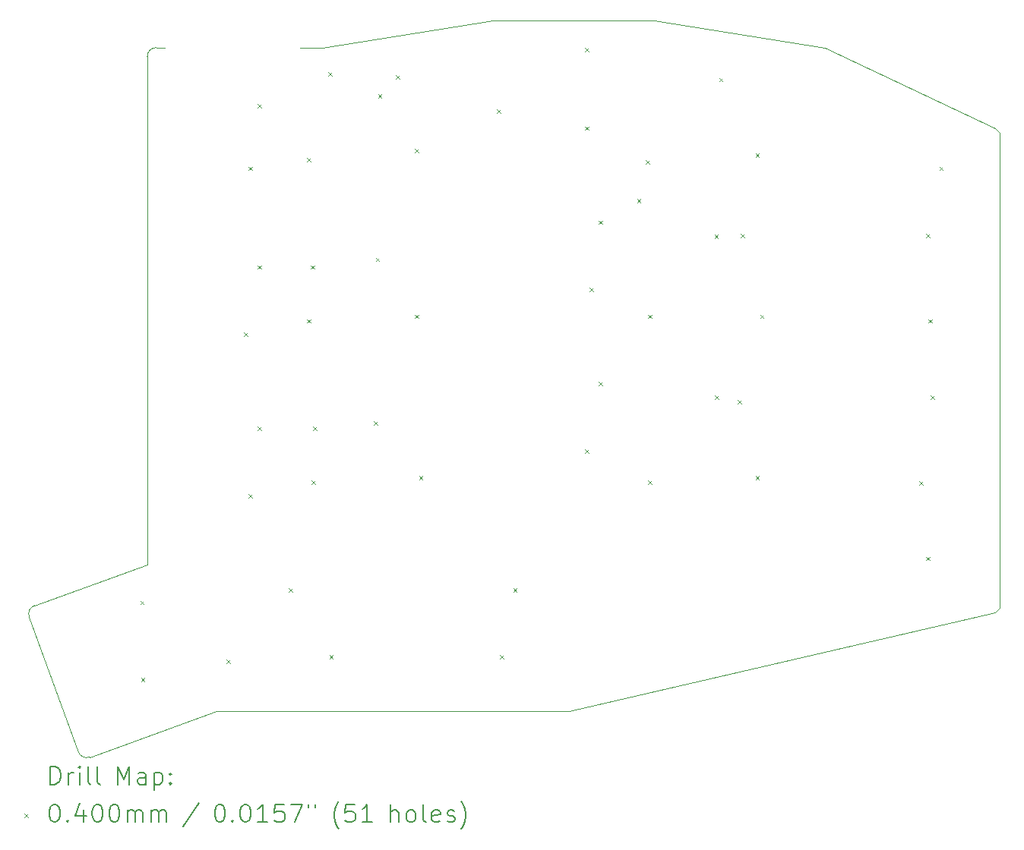
<source format=gbr>
%TF.GenerationSoftware,KiCad,Pcbnew,(7.0.0-0)*%
%TF.CreationDate,2023-03-09T15:58:54+08:00*%
%TF.ProjectId,Input,496e7075-742e-46b6-9963-61645f706362,1*%
%TF.SameCoordinates,PX7bfa480PY6052340*%
%TF.FileFunction,Drillmap*%
%TF.FilePolarity,Positive*%
%FSLAX45Y45*%
G04 Gerber Fmt 4.5, Leading zero omitted, Abs format (unit mm)*
G04 Created by KiCad (PCBNEW (7.0.0-0)) date 2023-03-09 15:58:54*
%MOMM*%
%LPD*%
G01*
G04 APERTURE LIST*
%ADD10C,0.100000*%
%ADD11C,0.200000*%
%ADD12C,0.040000*%
G04 APERTURE END LIST*
D10*
X8500000Y-3400000D02*
X8550000Y-3350000D01*
X3750000Y-4500000D02*
X8500000Y-3400000D01*
X8500000Y2000000D02*
X8550000Y1950000D01*
X6600000Y2900000D02*
X8500000Y2000000D01*
X8550000Y-3350000D02*
X8550000Y1950000D01*
X2900000Y3200000D02*
X1000000Y2900000D01*
X6600000Y2900000D02*
X4700000Y3200000D01*
X-750000Y2900000D02*
X-850000Y2900000D01*
X-950000Y2800000D02*
X-950000Y-2867500D01*
X1000000Y2900000D02*
X750000Y2900000D01*
X-175000Y-4500000D02*
X3750000Y-4500000D01*
X-850000Y2900000D02*
G75*
G03*
X-950000Y2800000I0J-100000D01*
G01*
X-1719107Y-4955972D02*
X-2266339Y-3452464D01*
X-1719110Y-4955973D02*
G75*
G03*
X-1590936Y-5015740I93970J34203D01*
G01*
X-2206573Y-3324290D02*
G75*
G03*
X-2266339Y-3452464I34203J-93970D01*
G01*
X4700000Y3200000D02*
X2900000Y3200000D01*
X-2206572Y-3324293D02*
X-950000Y-2867500D01*
X-175000Y-4500000D02*
X-1590936Y-5015740D01*
D11*
D12*
X-1027327Y-3272673D02*
X-987327Y-3312673D01*
X-987327Y-3272673D02*
X-1027327Y-3312673D01*
X-1020000Y-4130000D02*
X-980000Y-4170000D01*
X-980000Y-4130000D02*
X-1020000Y-4170000D01*
X-70000Y-3930000D02*
X-30000Y-3970000D01*
X-30000Y-3930000D02*
X-70000Y-3970000D01*
X130000Y-280000D02*
X170000Y-320000D01*
X170000Y-280000D02*
X130000Y-320000D01*
X180000Y1570000D02*
X220000Y1530000D01*
X220000Y1570000D02*
X180000Y1530000D01*
X180000Y-2080000D02*
X220000Y-2120000D01*
X220000Y-2080000D02*
X180000Y-2120000D01*
X280000Y470000D02*
X320000Y430000D01*
X320000Y470000D02*
X280000Y430000D01*
X280000Y-1330000D02*
X320000Y-1370000D01*
X320000Y-1330000D02*
X280000Y-1370000D01*
X280000Y2270000D02*
X320000Y2230000D01*
X320000Y2270000D02*
X280000Y2230000D01*
X630000Y-3130000D02*
X670000Y-3170000D01*
X670000Y-3130000D02*
X630000Y-3170000D01*
X830000Y1670000D02*
X870000Y1630000D01*
X870000Y1670000D02*
X830000Y1630000D01*
X830000Y-130000D02*
X870000Y-170000D01*
X870000Y-130000D02*
X830000Y-170000D01*
X870000Y470000D02*
X910000Y430000D01*
X910000Y470000D02*
X870000Y430000D01*
X880000Y-1930000D02*
X920000Y-1970000D01*
X920000Y-1930000D02*
X880000Y-1970000D01*
X900000Y-1330000D02*
X940000Y-1370000D01*
X940000Y-1330000D02*
X900000Y-1370000D01*
X1070000Y2622450D02*
X1110000Y2582450D01*
X1110000Y2622450D02*
X1070000Y2582450D01*
X1080000Y-3880000D02*
X1120000Y-3920000D01*
X1120000Y-3880000D02*
X1080000Y-3920000D01*
X1572500Y-1272500D02*
X1612500Y-1312500D01*
X1612500Y-1272500D02*
X1572500Y-1312500D01*
X1596250Y553750D02*
X1636250Y513750D01*
X1636250Y553750D02*
X1596250Y513750D01*
X1622500Y2377500D02*
X1662500Y2337500D01*
X1662500Y2377500D02*
X1622500Y2337500D01*
X1820000Y2590000D02*
X1860000Y2550000D01*
X1860000Y2590000D02*
X1820000Y2550000D01*
X2030000Y1770000D02*
X2070000Y1730000D01*
X2070000Y1770000D02*
X2030000Y1730000D01*
X2030000Y-80000D02*
X2070000Y-120000D01*
X2070000Y-80000D02*
X2030000Y-120000D01*
X2080000Y-1880000D02*
X2120000Y-1920000D01*
X2120000Y-1880000D02*
X2080000Y-1920000D01*
X2950000Y2210000D02*
X2990000Y2170000D01*
X2990000Y2210000D02*
X2950000Y2170000D01*
X2980000Y-3880000D02*
X3020000Y-3920000D01*
X3020000Y-3880000D02*
X2980000Y-3920000D01*
X3130000Y-3130000D02*
X3170000Y-3170000D01*
X3170000Y-3130000D02*
X3130000Y-3170000D01*
X3930000Y2897550D02*
X3970000Y2857550D01*
X3970000Y2897550D02*
X3930000Y2857550D01*
X3930000Y2020000D02*
X3970000Y1980000D01*
X3970000Y2020000D02*
X3930000Y1980000D01*
X3930000Y-1580000D02*
X3970000Y-1620000D01*
X3970000Y-1580000D02*
X3930000Y-1620000D01*
X3980000Y220000D02*
X4020000Y180000D01*
X4020000Y220000D02*
X3980000Y180000D01*
X4080000Y970000D02*
X4120000Y930000D01*
X4120000Y970000D02*
X4080000Y930000D01*
X4080000Y-830000D02*
X4120000Y-870000D01*
X4120000Y-830000D02*
X4080000Y-870000D01*
X4510000Y1210000D02*
X4550000Y1170000D01*
X4550000Y1210000D02*
X4510000Y1170000D01*
X4605500Y1645500D02*
X4645500Y1605500D01*
X4645500Y1645500D02*
X4605500Y1605500D01*
X4630000Y-80000D02*
X4670000Y-120000D01*
X4670000Y-80000D02*
X4630000Y-120000D01*
X4630000Y-1930000D02*
X4670000Y-1970000D01*
X4670000Y-1930000D02*
X4630000Y-1970000D01*
X5372500Y812500D02*
X5412500Y772500D01*
X5412500Y812500D02*
X5372500Y772500D01*
X5380000Y-980000D02*
X5420000Y-1020000D01*
X5420000Y-980000D02*
X5380000Y-1020000D01*
X5422500Y2562500D02*
X5462500Y2522500D01*
X5462500Y2562500D02*
X5422500Y2522500D01*
X5630000Y-1030000D02*
X5670000Y-1070000D01*
X5670000Y-1030000D02*
X5630000Y-1070000D01*
X5665000Y820000D02*
X5705000Y780000D01*
X5705000Y820000D02*
X5665000Y780000D01*
X5830000Y1720000D02*
X5870000Y1680000D01*
X5870000Y1720000D02*
X5830000Y1680000D01*
X5830000Y-1880000D02*
X5870000Y-1920000D01*
X5870000Y-1880000D02*
X5830000Y-1920000D01*
X5880000Y-80000D02*
X5920000Y-120000D01*
X5920000Y-80000D02*
X5880000Y-120000D01*
X7652500Y-1937500D02*
X7692500Y-1977500D01*
X7692500Y-1937500D02*
X7652500Y-1977500D01*
X7730000Y820000D02*
X7770000Y780000D01*
X7770000Y820000D02*
X7730000Y780000D01*
X7730000Y-2780000D02*
X7770000Y-2820000D01*
X7770000Y-2780000D02*
X7730000Y-2820000D01*
X7757500Y-130000D02*
X7797500Y-170000D01*
X7797500Y-130000D02*
X7757500Y-170000D01*
X7780000Y-980000D02*
X7820000Y-1020000D01*
X7820000Y-980000D02*
X7780000Y-1020000D01*
X7880000Y1570000D02*
X7920000Y1530000D01*
X7920000Y1570000D02*
X7880000Y1530000D01*
D11*
X-2029752Y-5320247D02*
X-2029752Y-5120247D01*
X-2029752Y-5120247D02*
X-1982133Y-5120247D01*
X-1982133Y-5120247D02*
X-1953561Y-5129771D01*
X-1953561Y-5129771D02*
X-1934514Y-5148819D01*
X-1934514Y-5148819D02*
X-1924990Y-5167866D01*
X-1924990Y-5167866D02*
X-1915466Y-5205961D01*
X-1915466Y-5205961D02*
X-1915466Y-5234533D01*
X-1915466Y-5234533D02*
X-1924990Y-5272628D01*
X-1924990Y-5272628D02*
X-1934514Y-5291676D01*
X-1934514Y-5291676D02*
X-1953561Y-5310723D01*
X-1953561Y-5310723D02*
X-1982133Y-5320247D01*
X-1982133Y-5320247D02*
X-2029752Y-5320247D01*
X-1829752Y-5320247D02*
X-1829752Y-5186914D01*
X-1829752Y-5225009D02*
X-1820228Y-5205961D01*
X-1820228Y-5205961D02*
X-1810704Y-5196438D01*
X-1810704Y-5196438D02*
X-1791657Y-5186914D01*
X-1791657Y-5186914D02*
X-1772609Y-5186914D01*
X-1705942Y-5320247D02*
X-1705942Y-5186914D01*
X-1705942Y-5120247D02*
X-1715466Y-5129771D01*
X-1715466Y-5129771D02*
X-1705942Y-5139295D01*
X-1705942Y-5139295D02*
X-1696418Y-5129771D01*
X-1696418Y-5129771D02*
X-1705942Y-5120247D01*
X-1705942Y-5120247D02*
X-1705942Y-5139295D01*
X-1582133Y-5320247D02*
X-1601180Y-5310723D01*
X-1601180Y-5310723D02*
X-1610704Y-5291676D01*
X-1610704Y-5291676D02*
X-1610704Y-5120247D01*
X-1477371Y-5320247D02*
X-1496418Y-5310723D01*
X-1496418Y-5310723D02*
X-1505942Y-5291676D01*
X-1505942Y-5291676D02*
X-1505942Y-5120247D01*
X-1281180Y-5320247D02*
X-1281180Y-5120247D01*
X-1281180Y-5120247D02*
X-1214514Y-5263104D01*
X-1214514Y-5263104D02*
X-1147847Y-5120247D01*
X-1147847Y-5120247D02*
X-1147847Y-5320247D01*
X-966895Y-5320247D02*
X-966895Y-5215485D01*
X-966895Y-5215485D02*
X-976418Y-5196438D01*
X-976418Y-5196438D02*
X-995466Y-5186914D01*
X-995466Y-5186914D02*
X-1033561Y-5186914D01*
X-1033561Y-5186914D02*
X-1052609Y-5196438D01*
X-966895Y-5310723D02*
X-985942Y-5320247D01*
X-985942Y-5320247D02*
X-1033561Y-5320247D01*
X-1033561Y-5320247D02*
X-1052609Y-5310723D01*
X-1052609Y-5310723D02*
X-1062133Y-5291676D01*
X-1062133Y-5291676D02*
X-1062133Y-5272628D01*
X-1062133Y-5272628D02*
X-1052609Y-5253580D01*
X-1052609Y-5253580D02*
X-1033561Y-5244057D01*
X-1033561Y-5244057D02*
X-985942Y-5244057D01*
X-985942Y-5244057D02*
X-966895Y-5234533D01*
X-871657Y-5186914D02*
X-871657Y-5386914D01*
X-871657Y-5196438D02*
X-852609Y-5186914D01*
X-852609Y-5186914D02*
X-814514Y-5186914D01*
X-814514Y-5186914D02*
X-795466Y-5196438D01*
X-795466Y-5196438D02*
X-785942Y-5205961D01*
X-785942Y-5205961D02*
X-776418Y-5225009D01*
X-776418Y-5225009D02*
X-776418Y-5282152D01*
X-776418Y-5282152D02*
X-785942Y-5301199D01*
X-785942Y-5301199D02*
X-795466Y-5310723D01*
X-795466Y-5310723D02*
X-814514Y-5320247D01*
X-814514Y-5320247D02*
X-852609Y-5320247D01*
X-852609Y-5320247D02*
X-871657Y-5310723D01*
X-690704Y-5301199D02*
X-681180Y-5310723D01*
X-681180Y-5310723D02*
X-690704Y-5320247D01*
X-690704Y-5320247D02*
X-700228Y-5310723D01*
X-700228Y-5310723D02*
X-690704Y-5301199D01*
X-690704Y-5301199D02*
X-690704Y-5320247D01*
X-690704Y-5196438D02*
X-681180Y-5205961D01*
X-681180Y-5205961D02*
X-690704Y-5215485D01*
X-690704Y-5215485D02*
X-700228Y-5205961D01*
X-700228Y-5205961D02*
X-690704Y-5196438D01*
X-690704Y-5196438D02*
X-690704Y-5215485D01*
D12*
X-2317371Y-5646771D02*
X-2277371Y-5686771D01*
X-2277371Y-5646771D02*
X-2317371Y-5686771D01*
D11*
X-1991657Y-5540247D02*
X-1972609Y-5540247D01*
X-1972609Y-5540247D02*
X-1953561Y-5549771D01*
X-1953561Y-5549771D02*
X-1944037Y-5559295D01*
X-1944037Y-5559295D02*
X-1934514Y-5578342D01*
X-1934514Y-5578342D02*
X-1924990Y-5616437D01*
X-1924990Y-5616437D02*
X-1924990Y-5664057D01*
X-1924990Y-5664057D02*
X-1934514Y-5702152D01*
X-1934514Y-5702152D02*
X-1944037Y-5721199D01*
X-1944037Y-5721199D02*
X-1953561Y-5730723D01*
X-1953561Y-5730723D02*
X-1972609Y-5740247D01*
X-1972609Y-5740247D02*
X-1991657Y-5740247D01*
X-1991657Y-5740247D02*
X-2010704Y-5730723D01*
X-2010704Y-5730723D02*
X-2020228Y-5721199D01*
X-2020228Y-5721199D02*
X-2029752Y-5702152D01*
X-2029752Y-5702152D02*
X-2039276Y-5664057D01*
X-2039276Y-5664057D02*
X-2039276Y-5616437D01*
X-2039276Y-5616437D02*
X-2029752Y-5578342D01*
X-2029752Y-5578342D02*
X-2020228Y-5559295D01*
X-2020228Y-5559295D02*
X-2010704Y-5549771D01*
X-2010704Y-5549771D02*
X-1991657Y-5540247D01*
X-1839276Y-5721199D02*
X-1829752Y-5730723D01*
X-1829752Y-5730723D02*
X-1839276Y-5740247D01*
X-1839276Y-5740247D02*
X-1848799Y-5730723D01*
X-1848799Y-5730723D02*
X-1839276Y-5721199D01*
X-1839276Y-5721199D02*
X-1839276Y-5740247D01*
X-1658323Y-5606914D02*
X-1658323Y-5740247D01*
X-1705942Y-5530723D02*
X-1753561Y-5673580D01*
X-1753561Y-5673580D02*
X-1629752Y-5673580D01*
X-1515466Y-5540247D02*
X-1496418Y-5540247D01*
X-1496418Y-5540247D02*
X-1477371Y-5549771D01*
X-1477371Y-5549771D02*
X-1467847Y-5559295D01*
X-1467847Y-5559295D02*
X-1458323Y-5578342D01*
X-1458323Y-5578342D02*
X-1448799Y-5616437D01*
X-1448799Y-5616437D02*
X-1448799Y-5664057D01*
X-1448799Y-5664057D02*
X-1458323Y-5702152D01*
X-1458323Y-5702152D02*
X-1467847Y-5721199D01*
X-1467847Y-5721199D02*
X-1477371Y-5730723D01*
X-1477371Y-5730723D02*
X-1496418Y-5740247D01*
X-1496418Y-5740247D02*
X-1515466Y-5740247D01*
X-1515466Y-5740247D02*
X-1534514Y-5730723D01*
X-1534514Y-5730723D02*
X-1544037Y-5721199D01*
X-1544037Y-5721199D02*
X-1553561Y-5702152D01*
X-1553561Y-5702152D02*
X-1563085Y-5664057D01*
X-1563085Y-5664057D02*
X-1563085Y-5616437D01*
X-1563085Y-5616437D02*
X-1553561Y-5578342D01*
X-1553561Y-5578342D02*
X-1544037Y-5559295D01*
X-1544037Y-5559295D02*
X-1534514Y-5549771D01*
X-1534514Y-5549771D02*
X-1515466Y-5540247D01*
X-1324990Y-5540247D02*
X-1305942Y-5540247D01*
X-1305942Y-5540247D02*
X-1286895Y-5549771D01*
X-1286895Y-5549771D02*
X-1277371Y-5559295D01*
X-1277371Y-5559295D02*
X-1267847Y-5578342D01*
X-1267847Y-5578342D02*
X-1258323Y-5616437D01*
X-1258323Y-5616437D02*
X-1258323Y-5664057D01*
X-1258323Y-5664057D02*
X-1267847Y-5702152D01*
X-1267847Y-5702152D02*
X-1277371Y-5721199D01*
X-1277371Y-5721199D02*
X-1286895Y-5730723D01*
X-1286895Y-5730723D02*
X-1305942Y-5740247D01*
X-1305942Y-5740247D02*
X-1324990Y-5740247D01*
X-1324990Y-5740247D02*
X-1344038Y-5730723D01*
X-1344038Y-5730723D02*
X-1353561Y-5721199D01*
X-1353561Y-5721199D02*
X-1363085Y-5702152D01*
X-1363085Y-5702152D02*
X-1372609Y-5664057D01*
X-1372609Y-5664057D02*
X-1372609Y-5616437D01*
X-1372609Y-5616437D02*
X-1363085Y-5578342D01*
X-1363085Y-5578342D02*
X-1353561Y-5559295D01*
X-1353561Y-5559295D02*
X-1344038Y-5549771D01*
X-1344038Y-5549771D02*
X-1324990Y-5540247D01*
X-1172609Y-5740247D02*
X-1172609Y-5606914D01*
X-1172609Y-5625961D02*
X-1163085Y-5616437D01*
X-1163085Y-5616437D02*
X-1144038Y-5606914D01*
X-1144038Y-5606914D02*
X-1115466Y-5606914D01*
X-1115466Y-5606914D02*
X-1096418Y-5616437D01*
X-1096418Y-5616437D02*
X-1086895Y-5635485D01*
X-1086895Y-5635485D02*
X-1086895Y-5740247D01*
X-1086895Y-5635485D02*
X-1077371Y-5616437D01*
X-1077371Y-5616437D02*
X-1058323Y-5606914D01*
X-1058323Y-5606914D02*
X-1029752Y-5606914D01*
X-1029752Y-5606914D02*
X-1010704Y-5616437D01*
X-1010704Y-5616437D02*
X-1001180Y-5635485D01*
X-1001180Y-5635485D02*
X-1001180Y-5740247D01*
X-905942Y-5740247D02*
X-905942Y-5606914D01*
X-905942Y-5625961D02*
X-896418Y-5616437D01*
X-896418Y-5616437D02*
X-877371Y-5606914D01*
X-877371Y-5606914D02*
X-848799Y-5606914D01*
X-848799Y-5606914D02*
X-829752Y-5616437D01*
X-829752Y-5616437D02*
X-820228Y-5635485D01*
X-820228Y-5635485D02*
X-820228Y-5740247D01*
X-820228Y-5635485D02*
X-810704Y-5616437D01*
X-810704Y-5616437D02*
X-791656Y-5606914D01*
X-791656Y-5606914D02*
X-763085Y-5606914D01*
X-763085Y-5606914D02*
X-744037Y-5616437D01*
X-744037Y-5616437D02*
X-734514Y-5635485D01*
X-734514Y-5635485D02*
X-734514Y-5740247D01*
X-376418Y-5530723D02*
X-547847Y-5787866D01*
X-151657Y-5540247D02*
X-132609Y-5540247D01*
X-132609Y-5540247D02*
X-113561Y-5549771D01*
X-113561Y-5549771D02*
X-104037Y-5559295D01*
X-104037Y-5559295D02*
X-94514Y-5578342D01*
X-94514Y-5578342D02*
X-84990Y-5616437D01*
X-84990Y-5616437D02*
X-84990Y-5664057D01*
X-84990Y-5664057D02*
X-94514Y-5702152D01*
X-94514Y-5702152D02*
X-104037Y-5721199D01*
X-104037Y-5721199D02*
X-113561Y-5730723D01*
X-113561Y-5730723D02*
X-132609Y-5740247D01*
X-132609Y-5740247D02*
X-151657Y-5740247D01*
X-151657Y-5740247D02*
X-170704Y-5730723D01*
X-170704Y-5730723D02*
X-180228Y-5721199D01*
X-180228Y-5721199D02*
X-189752Y-5702152D01*
X-189752Y-5702152D02*
X-199275Y-5664057D01*
X-199275Y-5664057D02*
X-199275Y-5616437D01*
X-199275Y-5616437D02*
X-189752Y-5578342D01*
X-189752Y-5578342D02*
X-180228Y-5559295D01*
X-180228Y-5559295D02*
X-170704Y-5549771D01*
X-170704Y-5549771D02*
X-151657Y-5540247D01*
X724Y-5721199D02*
X10248Y-5730723D01*
X10248Y-5730723D02*
X724Y-5740247D01*
X724Y-5740247D02*
X-8799Y-5730723D01*
X-8799Y-5730723D02*
X724Y-5721199D01*
X724Y-5721199D02*
X724Y-5740247D01*
X134058Y-5540247D02*
X153106Y-5540247D01*
X153106Y-5540247D02*
X172153Y-5549771D01*
X172153Y-5549771D02*
X181677Y-5559295D01*
X181677Y-5559295D02*
X191201Y-5578342D01*
X191201Y-5578342D02*
X200724Y-5616437D01*
X200724Y-5616437D02*
X200724Y-5664057D01*
X200724Y-5664057D02*
X191201Y-5702152D01*
X191201Y-5702152D02*
X181677Y-5721199D01*
X181677Y-5721199D02*
X172153Y-5730723D01*
X172153Y-5730723D02*
X153106Y-5740247D01*
X153106Y-5740247D02*
X134058Y-5740247D01*
X134058Y-5740247D02*
X115010Y-5730723D01*
X115010Y-5730723D02*
X105486Y-5721199D01*
X105486Y-5721199D02*
X95963Y-5702152D01*
X95963Y-5702152D02*
X86439Y-5664057D01*
X86439Y-5664057D02*
X86439Y-5616437D01*
X86439Y-5616437D02*
X95963Y-5578342D01*
X95963Y-5578342D02*
X105486Y-5559295D01*
X105486Y-5559295D02*
X115010Y-5549771D01*
X115010Y-5549771D02*
X134058Y-5540247D01*
X391201Y-5740247D02*
X276915Y-5740247D01*
X334058Y-5740247D02*
X334058Y-5540247D01*
X334058Y-5540247D02*
X315010Y-5568819D01*
X315010Y-5568819D02*
X295963Y-5587866D01*
X295963Y-5587866D02*
X276915Y-5597390D01*
X572153Y-5540247D02*
X476915Y-5540247D01*
X476915Y-5540247D02*
X467391Y-5635485D01*
X467391Y-5635485D02*
X476915Y-5625961D01*
X476915Y-5625961D02*
X495963Y-5616437D01*
X495963Y-5616437D02*
X543582Y-5616437D01*
X543582Y-5616437D02*
X562629Y-5625961D01*
X562629Y-5625961D02*
X572153Y-5635485D01*
X572153Y-5635485D02*
X581677Y-5654533D01*
X581677Y-5654533D02*
X581677Y-5702152D01*
X581677Y-5702152D02*
X572153Y-5721199D01*
X572153Y-5721199D02*
X562629Y-5730723D01*
X562629Y-5730723D02*
X543582Y-5740247D01*
X543582Y-5740247D02*
X495963Y-5740247D01*
X495963Y-5740247D02*
X476915Y-5730723D01*
X476915Y-5730723D02*
X467391Y-5721199D01*
X648344Y-5540247D02*
X781677Y-5540247D01*
X781677Y-5540247D02*
X695963Y-5740247D01*
X848344Y-5540247D02*
X848344Y-5578342D01*
X924534Y-5540247D02*
X924534Y-5578342D01*
X1187391Y-5816437D02*
X1177867Y-5806914D01*
X1177867Y-5806914D02*
X1158820Y-5778342D01*
X1158820Y-5778342D02*
X1149296Y-5759295D01*
X1149296Y-5759295D02*
X1139772Y-5730723D01*
X1139772Y-5730723D02*
X1130248Y-5683104D01*
X1130248Y-5683104D02*
X1130248Y-5645009D01*
X1130248Y-5645009D02*
X1139772Y-5597390D01*
X1139772Y-5597390D02*
X1149296Y-5568819D01*
X1149296Y-5568819D02*
X1158820Y-5549771D01*
X1158820Y-5549771D02*
X1177867Y-5521199D01*
X1177867Y-5521199D02*
X1187391Y-5511676D01*
X1358820Y-5540247D02*
X1263582Y-5540247D01*
X1263582Y-5540247D02*
X1254058Y-5635485D01*
X1254058Y-5635485D02*
X1263582Y-5625961D01*
X1263582Y-5625961D02*
X1282629Y-5616437D01*
X1282629Y-5616437D02*
X1330248Y-5616437D01*
X1330248Y-5616437D02*
X1349296Y-5625961D01*
X1349296Y-5625961D02*
X1358820Y-5635485D01*
X1358820Y-5635485D02*
X1368344Y-5654533D01*
X1368344Y-5654533D02*
X1368344Y-5702152D01*
X1368344Y-5702152D02*
X1358820Y-5721199D01*
X1358820Y-5721199D02*
X1349296Y-5730723D01*
X1349296Y-5730723D02*
X1330248Y-5740247D01*
X1330248Y-5740247D02*
X1282629Y-5740247D01*
X1282629Y-5740247D02*
X1263582Y-5730723D01*
X1263582Y-5730723D02*
X1254058Y-5721199D01*
X1558820Y-5740247D02*
X1444534Y-5740247D01*
X1501677Y-5740247D02*
X1501677Y-5540247D01*
X1501677Y-5540247D02*
X1482629Y-5568819D01*
X1482629Y-5568819D02*
X1463582Y-5587866D01*
X1463582Y-5587866D02*
X1444534Y-5597390D01*
X1764534Y-5740247D02*
X1764534Y-5540247D01*
X1850248Y-5740247D02*
X1850248Y-5635485D01*
X1850248Y-5635485D02*
X1840725Y-5616437D01*
X1840725Y-5616437D02*
X1821677Y-5606914D01*
X1821677Y-5606914D02*
X1793105Y-5606914D01*
X1793105Y-5606914D02*
X1774058Y-5616437D01*
X1774058Y-5616437D02*
X1764534Y-5625961D01*
X1974058Y-5740247D02*
X1955010Y-5730723D01*
X1955010Y-5730723D02*
X1945486Y-5721199D01*
X1945486Y-5721199D02*
X1935963Y-5702152D01*
X1935963Y-5702152D02*
X1935963Y-5645009D01*
X1935963Y-5645009D02*
X1945486Y-5625961D01*
X1945486Y-5625961D02*
X1955010Y-5616437D01*
X1955010Y-5616437D02*
X1974058Y-5606914D01*
X1974058Y-5606914D02*
X2002629Y-5606914D01*
X2002629Y-5606914D02*
X2021677Y-5616437D01*
X2021677Y-5616437D02*
X2031201Y-5625961D01*
X2031201Y-5625961D02*
X2040725Y-5645009D01*
X2040725Y-5645009D02*
X2040725Y-5702152D01*
X2040725Y-5702152D02*
X2031201Y-5721199D01*
X2031201Y-5721199D02*
X2021677Y-5730723D01*
X2021677Y-5730723D02*
X2002629Y-5740247D01*
X2002629Y-5740247D02*
X1974058Y-5740247D01*
X2155010Y-5740247D02*
X2135963Y-5730723D01*
X2135963Y-5730723D02*
X2126439Y-5711676D01*
X2126439Y-5711676D02*
X2126439Y-5540247D01*
X2307391Y-5730723D02*
X2288344Y-5740247D01*
X2288344Y-5740247D02*
X2250248Y-5740247D01*
X2250248Y-5740247D02*
X2231201Y-5730723D01*
X2231201Y-5730723D02*
X2221677Y-5711676D01*
X2221677Y-5711676D02*
X2221677Y-5635485D01*
X2221677Y-5635485D02*
X2231201Y-5616437D01*
X2231201Y-5616437D02*
X2250248Y-5606914D01*
X2250248Y-5606914D02*
X2288344Y-5606914D01*
X2288344Y-5606914D02*
X2307391Y-5616437D01*
X2307391Y-5616437D02*
X2316915Y-5635485D01*
X2316915Y-5635485D02*
X2316915Y-5654533D01*
X2316915Y-5654533D02*
X2221677Y-5673580D01*
X2393106Y-5730723D02*
X2412153Y-5740247D01*
X2412153Y-5740247D02*
X2450248Y-5740247D01*
X2450248Y-5740247D02*
X2469296Y-5730723D01*
X2469296Y-5730723D02*
X2478820Y-5711676D01*
X2478820Y-5711676D02*
X2478820Y-5702152D01*
X2478820Y-5702152D02*
X2469296Y-5683104D01*
X2469296Y-5683104D02*
X2450248Y-5673580D01*
X2450248Y-5673580D02*
X2421677Y-5673580D01*
X2421677Y-5673580D02*
X2402629Y-5664057D01*
X2402629Y-5664057D02*
X2393106Y-5645009D01*
X2393106Y-5645009D02*
X2393106Y-5635485D01*
X2393106Y-5635485D02*
X2402629Y-5616437D01*
X2402629Y-5616437D02*
X2421677Y-5606914D01*
X2421677Y-5606914D02*
X2450248Y-5606914D01*
X2450248Y-5606914D02*
X2469296Y-5616437D01*
X2545487Y-5816437D02*
X2555010Y-5806914D01*
X2555010Y-5806914D02*
X2574058Y-5778342D01*
X2574058Y-5778342D02*
X2583582Y-5759295D01*
X2583582Y-5759295D02*
X2593106Y-5730723D01*
X2593106Y-5730723D02*
X2602629Y-5683104D01*
X2602629Y-5683104D02*
X2602629Y-5645009D01*
X2602629Y-5645009D02*
X2593106Y-5597390D01*
X2593106Y-5597390D02*
X2583582Y-5568819D01*
X2583582Y-5568819D02*
X2574058Y-5549771D01*
X2574058Y-5549771D02*
X2555010Y-5521199D01*
X2555010Y-5521199D02*
X2545487Y-5511676D01*
M02*

</source>
